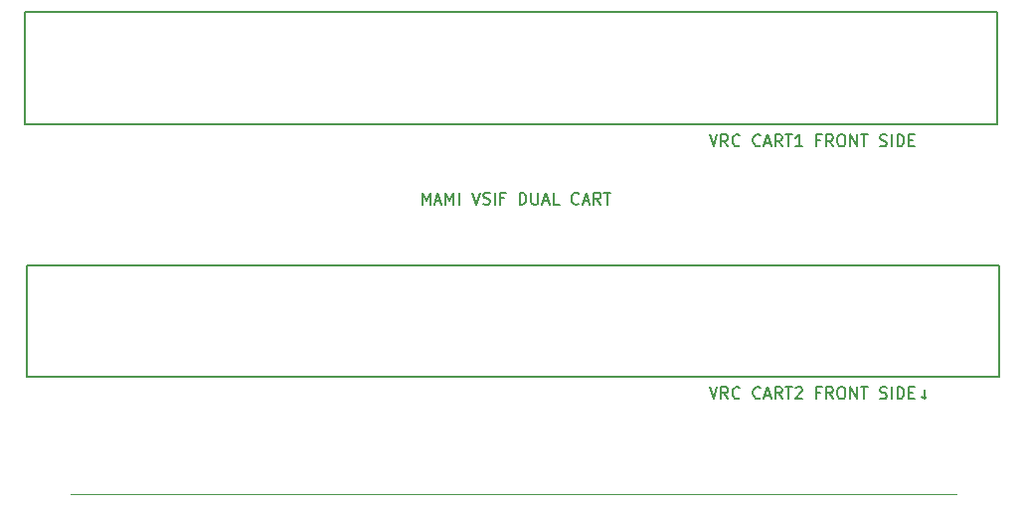
<source format=gto>
G04 #@! TF.GenerationSoftware,KiCad,Pcbnew,7.0.6*
G04 #@! TF.CreationDate,2023-10-15T21:53:03+09:00*
G04 #@! TF.ProjectId,NES_MAmi_Ext,4e45535f-4d41-46d6-995f-4578742e6b69,rev?*
G04 #@! TF.SameCoordinates,Original*
G04 #@! TF.FileFunction,Legend,Top*
G04 #@! TF.FilePolarity,Positive*
%FSLAX46Y46*%
G04 Gerber Fmt 4.6, Leading zero omitted, Abs format (unit mm)*
G04 Created by KiCad (PCBNEW 7.0.6) date 2023-10-15 21:53:03*
%MOMM*%
%LPD*%
G01*
G04 APERTURE LIST*
%ADD10C,0.150000*%
%ADD11C,0.120000*%
G04 APERTURE END LIST*
D10*
X140636779Y-101859619D02*
X140636779Y-100859619D01*
X140636779Y-100859619D02*
X140970112Y-101573904D01*
X140970112Y-101573904D02*
X141303445Y-100859619D01*
X141303445Y-100859619D02*
X141303445Y-101859619D01*
X141732017Y-101573904D02*
X142208207Y-101573904D01*
X141636779Y-101859619D02*
X141970112Y-100859619D01*
X141970112Y-100859619D02*
X142303445Y-101859619D01*
X142636779Y-101859619D02*
X142636779Y-100859619D01*
X142636779Y-100859619D02*
X142970112Y-101573904D01*
X142970112Y-101573904D02*
X143303445Y-100859619D01*
X143303445Y-100859619D02*
X143303445Y-101859619D01*
X143779636Y-101859619D02*
X143779636Y-100859619D01*
X144874874Y-100859619D02*
X145208207Y-101859619D01*
X145208207Y-101859619D02*
X145541540Y-100859619D01*
X145827255Y-101812000D02*
X145970112Y-101859619D01*
X145970112Y-101859619D02*
X146208207Y-101859619D01*
X146208207Y-101859619D02*
X146303445Y-101812000D01*
X146303445Y-101812000D02*
X146351064Y-101764380D01*
X146351064Y-101764380D02*
X146398683Y-101669142D01*
X146398683Y-101669142D02*
X146398683Y-101573904D01*
X146398683Y-101573904D02*
X146351064Y-101478666D01*
X146351064Y-101478666D02*
X146303445Y-101431047D01*
X146303445Y-101431047D02*
X146208207Y-101383428D01*
X146208207Y-101383428D02*
X146017731Y-101335809D01*
X146017731Y-101335809D02*
X145922493Y-101288190D01*
X145922493Y-101288190D02*
X145874874Y-101240571D01*
X145874874Y-101240571D02*
X145827255Y-101145333D01*
X145827255Y-101145333D02*
X145827255Y-101050095D01*
X145827255Y-101050095D02*
X145874874Y-100954857D01*
X145874874Y-100954857D02*
X145922493Y-100907238D01*
X145922493Y-100907238D02*
X146017731Y-100859619D01*
X146017731Y-100859619D02*
X146255826Y-100859619D01*
X146255826Y-100859619D02*
X146398683Y-100907238D01*
X146827255Y-101859619D02*
X146827255Y-100859619D01*
X147636778Y-101335809D02*
X147303445Y-101335809D01*
X147303445Y-101859619D02*
X147303445Y-100859619D01*
X147303445Y-100859619D02*
X147779635Y-100859619D01*
X148922493Y-101859619D02*
X148922493Y-100859619D01*
X148922493Y-100859619D02*
X149160588Y-100859619D01*
X149160588Y-100859619D02*
X149303445Y-100907238D01*
X149303445Y-100907238D02*
X149398683Y-101002476D01*
X149398683Y-101002476D02*
X149446302Y-101097714D01*
X149446302Y-101097714D02*
X149493921Y-101288190D01*
X149493921Y-101288190D02*
X149493921Y-101431047D01*
X149493921Y-101431047D02*
X149446302Y-101621523D01*
X149446302Y-101621523D02*
X149398683Y-101716761D01*
X149398683Y-101716761D02*
X149303445Y-101812000D01*
X149303445Y-101812000D02*
X149160588Y-101859619D01*
X149160588Y-101859619D02*
X148922493Y-101859619D01*
X149922493Y-100859619D02*
X149922493Y-101669142D01*
X149922493Y-101669142D02*
X149970112Y-101764380D01*
X149970112Y-101764380D02*
X150017731Y-101812000D01*
X150017731Y-101812000D02*
X150112969Y-101859619D01*
X150112969Y-101859619D02*
X150303445Y-101859619D01*
X150303445Y-101859619D02*
X150398683Y-101812000D01*
X150398683Y-101812000D02*
X150446302Y-101764380D01*
X150446302Y-101764380D02*
X150493921Y-101669142D01*
X150493921Y-101669142D02*
X150493921Y-100859619D01*
X150922493Y-101573904D02*
X151398683Y-101573904D01*
X150827255Y-101859619D02*
X151160588Y-100859619D01*
X151160588Y-100859619D02*
X151493921Y-101859619D01*
X152303445Y-101859619D02*
X151827255Y-101859619D01*
X151827255Y-101859619D02*
X151827255Y-100859619D01*
X153970112Y-101764380D02*
X153922493Y-101812000D01*
X153922493Y-101812000D02*
X153779636Y-101859619D01*
X153779636Y-101859619D02*
X153684398Y-101859619D01*
X153684398Y-101859619D02*
X153541541Y-101812000D01*
X153541541Y-101812000D02*
X153446303Y-101716761D01*
X153446303Y-101716761D02*
X153398684Y-101621523D01*
X153398684Y-101621523D02*
X153351065Y-101431047D01*
X153351065Y-101431047D02*
X153351065Y-101288190D01*
X153351065Y-101288190D02*
X153398684Y-101097714D01*
X153398684Y-101097714D02*
X153446303Y-101002476D01*
X153446303Y-101002476D02*
X153541541Y-100907238D01*
X153541541Y-100907238D02*
X153684398Y-100859619D01*
X153684398Y-100859619D02*
X153779636Y-100859619D01*
X153779636Y-100859619D02*
X153922493Y-100907238D01*
X153922493Y-100907238D02*
X153970112Y-100954857D01*
X154351065Y-101573904D02*
X154827255Y-101573904D01*
X154255827Y-101859619D02*
X154589160Y-100859619D01*
X154589160Y-100859619D02*
X154922493Y-101859619D01*
X155827255Y-101859619D02*
X155493922Y-101383428D01*
X155255827Y-101859619D02*
X155255827Y-100859619D01*
X155255827Y-100859619D02*
X155636779Y-100859619D01*
X155636779Y-100859619D02*
X155732017Y-100907238D01*
X155732017Y-100907238D02*
X155779636Y-100954857D01*
X155779636Y-100954857D02*
X155827255Y-101050095D01*
X155827255Y-101050095D02*
X155827255Y-101192952D01*
X155827255Y-101192952D02*
X155779636Y-101288190D01*
X155779636Y-101288190D02*
X155732017Y-101335809D01*
X155732017Y-101335809D02*
X155636779Y-101383428D01*
X155636779Y-101383428D02*
X155255827Y-101383428D01*
X156112970Y-100859619D02*
X156684398Y-100859619D01*
X156398684Y-101859619D02*
X156398684Y-100859619D01*
X165093922Y-117409619D02*
X165427255Y-118409619D01*
X165427255Y-118409619D02*
X165760588Y-117409619D01*
X166665350Y-118409619D02*
X166332017Y-117933428D01*
X166093922Y-118409619D02*
X166093922Y-117409619D01*
X166093922Y-117409619D02*
X166474874Y-117409619D01*
X166474874Y-117409619D02*
X166570112Y-117457238D01*
X166570112Y-117457238D02*
X166617731Y-117504857D01*
X166617731Y-117504857D02*
X166665350Y-117600095D01*
X166665350Y-117600095D02*
X166665350Y-117742952D01*
X166665350Y-117742952D02*
X166617731Y-117838190D01*
X166617731Y-117838190D02*
X166570112Y-117885809D01*
X166570112Y-117885809D02*
X166474874Y-117933428D01*
X166474874Y-117933428D02*
X166093922Y-117933428D01*
X167665350Y-118314380D02*
X167617731Y-118362000D01*
X167617731Y-118362000D02*
X167474874Y-118409619D01*
X167474874Y-118409619D02*
X167379636Y-118409619D01*
X167379636Y-118409619D02*
X167236779Y-118362000D01*
X167236779Y-118362000D02*
X167141541Y-118266761D01*
X167141541Y-118266761D02*
X167093922Y-118171523D01*
X167093922Y-118171523D02*
X167046303Y-117981047D01*
X167046303Y-117981047D02*
X167046303Y-117838190D01*
X167046303Y-117838190D02*
X167093922Y-117647714D01*
X167093922Y-117647714D02*
X167141541Y-117552476D01*
X167141541Y-117552476D02*
X167236779Y-117457238D01*
X167236779Y-117457238D02*
X167379636Y-117409619D01*
X167379636Y-117409619D02*
X167474874Y-117409619D01*
X167474874Y-117409619D02*
X167617731Y-117457238D01*
X167617731Y-117457238D02*
X167665350Y-117504857D01*
X169427255Y-118314380D02*
X169379636Y-118362000D01*
X169379636Y-118362000D02*
X169236779Y-118409619D01*
X169236779Y-118409619D02*
X169141541Y-118409619D01*
X169141541Y-118409619D02*
X168998684Y-118362000D01*
X168998684Y-118362000D02*
X168903446Y-118266761D01*
X168903446Y-118266761D02*
X168855827Y-118171523D01*
X168855827Y-118171523D02*
X168808208Y-117981047D01*
X168808208Y-117981047D02*
X168808208Y-117838190D01*
X168808208Y-117838190D02*
X168855827Y-117647714D01*
X168855827Y-117647714D02*
X168903446Y-117552476D01*
X168903446Y-117552476D02*
X168998684Y-117457238D01*
X168998684Y-117457238D02*
X169141541Y-117409619D01*
X169141541Y-117409619D02*
X169236779Y-117409619D01*
X169236779Y-117409619D02*
X169379636Y-117457238D01*
X169379636Y-117457238D02*
X169427255Y-117504857D01*
X169808208Y-118123904D02*
X170284398Y-118123904D01*
X169712970Y-118409619D02*
X170046303Y-117409619D01*
X170046303Y-117409619D02*
X170379636Y-118409619D01*
X171284398Y-118409619D02*
X170951065Y-117933428D01*
X170712970Y-118409619D02*
X170712970Y-117409619D01*
X170712970Y-117409619D02*
X171093922Y-117409619D01*
X171093922Y-117409619D02*
X171189160Y-117457238D01*
X171189160Y-117457238D02*
X171236779Y-117504857D01*
X171236779Y-117504857D02*
X171284398Y-117600095D01*
X171284398Y-117600095D02*
X171284398Y-117742952D01*
X171284398Y-117742952D02*
X171236779Y-117838190D01*
X171236779Y-117838190D02*
X171189160Y-117885809D01*
X171189160Y-117885809D02*
X171093922Y-117933428D01*
X171093922Y-117933428D02*
X170712970Y-117933428D01*
X171570113Y-117409619D02*
X172141541Y-117409619D01*
X171855827Y-118409619D02*
X171855827Y-117409619D01*
X172427256Y-117504857D02*
X172474875Y-117457238D01*
X172474875Y-117457238D02*
X172570113Y-117409619D01*
X172570113Y-117409619D02*
X172808208Y-117409619D01*
X172808208Y-117409619D02*
X172903446Y-117457238D01*
X172903446Y-117457238D02*
X172951065Y-117504857D01*
X172951065Y-117504857D02*
X172998684Y-117600095D01*
X172998684Y-117600095D02*
X172998684Y-117695333D01*
X172998684Y-117695333D02*
X172951065Y-117838190D01*
X172951065Y-117838190D02*
X172379637Y-118409619D01*
X172379637Y-118409619D02*
X172998684Y-118409619D01*
X174522494Y-117885809D02*
X174189161Y-117885809D01*
X174189161Y-118409619D02*
X174189161Y-117409619D01*
X174189161Y-117409619D02*
X174665351Y-117409619D01*
X175617732Y-118409619D02*
X175284399Y-117933428D01*
X175046304Y-118409619D02*
X175046304Y-117409619D01*
X175046304Y-117409619D02*
X175427256Y-117409619D01*
X175427256Y-117409619D02*
X175522494Y-117457238D01*
X175522494Y-117457238D02*
X175570113Y-117504857D01*
X175570113Y-117504857D02*
X175617732Y-117600095D01*
X175617732Y-117600095D02*
X175617732Y-117742952D01*
X175617732Y-117742952D02*
X175570113Y-117838190D01*
X175570113Y-117838190D02*
X175522494Y-117885809D01*
X175522494Y-117885809D02*
X175427256Y-117933428D01*
X175427256Y-117933428D02*
X175046304Y-117933428D01*
X176236780Y-117409619D02*
X176427256Y-117409619D01*
X176427256Y-117409619D02*
X176522494Y-117457238D01*
X176522494Y-117457238D02*
X176617732Y-117552476D01*
X176617732Y-117552476D02*
X176665351Y-117742952D01*
X176665351Y-117742952D02*
X176665351Y-118076285D01*
X176665351Y-118076285D02*
X176617732Y-118266761D01*
X176617732Y-118266761D02*
X176522494Y-118362000D01*
X176522494Y-118362000D02*
X176427256Y-118409619D01*
X176427256Y-118409619D02*
X176236780Y-118409619D01*
X176236780Y-118409619D02*
X176141542Y-118362000D01*
X176141542Y-118362000D02*
X176046304Y-118266761D01*
X176046304Y-118266761D02*
X175998685Y-118076285D01*
X175998685Y-118076285D02*
X175998685Y-117742952D01*
X175998685Y-117742952D02*
X176046304Y-117552476D01*
X176046304Y-117552476D02*
X176141542Y-117457238D01*
X176141542Y-117457238D02*
X176236780Y-117409619D01*
X177093923Y-118409619D02*
X177093923Y-117409619D01*
X177093923Y-117409619D02*
X177665351Y-118409619D01*
X177665351Y-118409619D02*
X177665351Y-117409619D01*
X177998685Y-117409619D02*
X178570113Y-117409619D01*
X178284399Y-118409619D02*
X178284399Y-117409619D01*
X179617733Y-118362000D02*
X179760590Y-118409619D01*
X179760590Y-118409619D02*
X179998685Y-118409619D01*
X179998685Y-118409619D02*
X180093923Y-118362000D01*
X180093923Y-118362000D02*
X180141542Y-118314380D01*
X180141542Y-118314380D02*
X180189161Y-118219142D01*
X180189161Y-118219142D02*
X180189161Y-118123904D01*
X180189161Y-118123904D02*
X180141542Y-118028666D01*
X180141542Y-118028666D02*
X180093923Y-117981047D01*
X180093923Y-117981047D02*
X179998685Y-117933428D01*
X179998685Y-117933428D02*
X179808209Y-117885809D01*
X179808209Y-117885809D02*
X179712971Y-117838190D01*
X179712971Y-117838190D02*
X179665352Y-117790571D01*
X179665352Y-117790571D02*
X179617733Y-117695333D01*
X179617733Y-117695333D02*
X179617733Y-117600095D01*
X179617733Y-117600095D02*
X179665352Y-117504857D01*
X179665352Y-117504857D02*
X179712971Y-117457238D01*
X179712971Y-117457238D02*
X179808209Y-117409619D01*
X179808209Y-117409619D02*
X180046304Y-117409619D01*
X180046304Y-117409619D02*
X180189161Y-117457238D01*
X180617733Y-118409619D02*
X180617733Y-117409619D01*
X181093923Y-118409619D02*
X181093923Y-117409619D01*
X181093923Y-117409619D02*
X181332018Y-117409619D01*
X181332018Y-117409619D02*
X181474875Y-117457238D01*
X181474875Y-117457238D02*
X181570113Y-117552476D01*
X181570113Y-117552476D02*
X181617732Y-117647714D01*
X181617732Y-117647714D02*
X181665351Y-117838190D01*
X181665351Y-117838190D02*
X181665351Y-117981047D01*
X181665351Y-117981047D02*
X181617732Y-118171523D01*
X181617732Y-118171523D02*
X181570113Y-118266761D01*
X181570113Y-118266761D02*
X181474875Y-118362000D01*
X181474875Y-118362000D02*
X181332018Y-118409619D01*
X181332018Y-118409619D02*
X181093923Y-118409619D01*
X182093923Y-117885809D02*
X182427256Y-117885809D01*
X182570113Y-118409619D02*
X182093923Y-118409619D01*
X182093923Y-118409619D02*
X182093923Y-117409619D01*
X182093923Y-117409619D02*
X182570113Y-117409619D01*
X183379637Y-117647714D02*
X183379637Y-118409619D01*
X183570113Y-118219142D02*
X183379637Y-118409619D01*
X183379637Y-118409619D02*
X183189161Y-118219142D01*
X165093922Y-95909619D02*
X165427255Y-96909619D01*
X165427255Y-96909619D02*
X165760588Y-95909619D01*
X166665350Y-96909619D02*
X166332017Y-96433428D01*
X166093922Y-96909619D02*
X166093922Y-95909619D01*
X166093922Y-95909619D02*
X166474874Y-95909619D01*
X166474874Y-95909619D02*
X166570112Y-95957238D01*
X166570112Y-95957238D02*
X166617731Y-96004857D01*
X166617731Y-96004857D02*
X166665350Y-96100095D01*
X166665350Y-96100095D02*
X166665350Y-96242952D01*
X166665350Y-96242952D02*
X166617731Y-96338190D01*
X166617731Y-96338190D02*
X166570112Y-96385809D01*
X166570112Y-96385809D02*
X166474874Y-96433428D01*
X166474874Y-96433428D02*
X166093922Y-96433428D01*
X167665350Y-96814380D02*
X167617731Y-96862000D01*
X167617731Y-96862000D02*
X167474874Y-96909619D01*
X167474874Y-96909619D02*
X167379636Y-96909619D01*
X167379636Y-96909619D02*
X167236779Y-96862000D01*
X167236779Y-96862000D02*
X167141541Y-96766761D01*
X167141541Y-96766761D02*
X167093922Y-96671523D01*
X167093922Y-96671523D02*
X167046303Y-96481047D01*
X167046303Y-96481047D02*
X167046303Y-96338190D01*
X167046303Y-96338190D02*
X167093922Y-96147714D01*
X167093922Y-96147714D02*
X167141541Y-96052476D01*
X167141541Y-96052476D02*
X167236779Y-95957238D01*
X167236779Y-95957238D02*
X167379636Y-95909619D01*
X167379636Y-95909619D02*
X167474874Y-95909619D01*
X167474874Y-95909619D02*
X167617731Y-95957238D01*
X167617731Y-95957238D02*
X167665350Y-96004857D01*
X169427255Y-96814380D02*
X169379636Y-96862000D01*
X169379636Y-96862000D02*
X169236779Y-96909619D01*
X169236779Y-96909619D02*
X169141541Y-96909619D01*
X169141541Y-96909619D02*
X168998684Y-96862000D01*
X168998684Y-96862000D02*
X168903446Y-96766761D01*
X168903446Y-96766761D02*
X168855827Y-96671523D01*
X168855827Y-96671523D02*
X168808208Y-96481047D01*
X168808208Y-96481047D02*
X168808208Y-96338190D01*
X168808208Y-96338190D02*
X168855827Y-96147714D01*
X168855827Y-96147714D02*
X168903446Y-96052476D01*
X168903446Y-96052476D02*
X168998684Y-95957238D01*
X168998684Y-95957238D02*
X169141541Y-95909619D01*
X169141541Y-95909619D02*
X169236779Y-95909619D01*
X169236779Y-95909619D02*
X169379636Y-95957238D01*
X169379636Y-95957238D02*
X169427255Y-96004857D01*
X169808208Y-96623904D02*
X170284398Y-96623904D01*
X169712970Y-96909619D02*
X170046303Y-95909619D01*
X170046303Y-95909619D02*
X170379636Y-96909619D01*
X171284398Y-96909619D02*
X170951065Y-96433428D01*
X170712970Y-96909619D02*
X170712970Y-95909619D01*
X170712970Y-95909619D02*
X171093922Y-95909619D01*
X171093922Y-95909619D02*
X171189160Y-95957238D01*
X171189160Y-95957238D02*
X171236779Y-96004857D01*
X171236779Y-96004857D02*
X171284398Y-96100095D01*
X171284398Y-96100095D02*
X171284398Y-96242952D01*
X171284398Y-96242952D02*
X171236779Y-96338190D01*
X171236779Y-96338190D02*
X171189160Y-96385809D01*
X171189160Y-96385809D02*
X171093922Y-96433428D01*
X171093922Y-96433428D02*
X170712970Y-96433428D01*
X171570113Y-95909619D02*
X172141541Y-95909619D01*
X171855827Y-96909619D02*
X171855827Y-95909619D01*
X172998684Y-96909619D02*
X172427256Y-96909619D01*
X172712970Y-96909619D02*
X172712970Y-95909619D01*
X172712970Y-95909619D02*
X172617732Y-96052476D01*
X172617732Y-96052476D02*
X172522494Y-96147714D01*
X172522494Y-96147714D02*
X172427256Y-96195333D01*
X174522494Y-96385809D02*
X174189161Y-96385809D01*
X174189161Y-96909619D02*
X174189161Y-95909619D01*
X174189161Y-95909619D02*
X174665351Y-95909619D01*
X175617732Y-96909619D02*
X175284399Y-96433428D01*
X175046304Y-96909619D02*
X175046304Y-95909619D01*
X175046304Y-95909619D02*
X175427256Y-95909619D01*
X175427256Y-95909619D02*
X175522494Y-95957238D01*
X175522494Y-95957238D02*
X175570113Y-96004857D01*
X175570113Y-96004857D02*
X175617732Y-96100095D01*
X175617732Y-96100095D02*
X175617732Y-96242952D01*
X175617732Y-96242952D02*
X175570113Y-96338190D01*
X175570113Y-96338190D02*
X175522494Y-96385809D01*
X175522494Y-96385809D02*
X175427256Y-96433428D01*
X175427256Y-96433428D02*
X175046304Y-96433428D01*
X176236780Y-95909619D02*
X176427256Y-95909619D01*
X176427256Y-95909619D02*
X176522494Y-95957238D01*
X176522494Y-95957238D02*
X176617732Y-96052476D01*
X176617732Y-96052476D02*
X176665351Y-96242952D01*
X176665351Y-96242952D02*
X176665351Y-96576285D01*
X176665351Y-96576285D02*
X176617732Y-96766761D01*
X176617732Y-96766761D02*
X176522494Y-96862000D01*
X176522494Y-96862000D02*
X176427256Y-96909619D01*
X176427256Y-96909619D02*
X176236780Y-96909619D01*
X176236780Y-96909619D02*
X176141542Y-96862000D01*
X176141542Y-96862000D02*
X176046304Y-96766761D01*
X176046304Y-96766761D02*
X175998685Y-96576285D01*
X175998685Y-96576285D02*
X175998685Y-96242952D01*
X175998685Y-96242952D02*
X176046304Y-96052476D01*
X176046304Y-96052476D02*
X176141542Y-95957238D01*
X176141542Y-95957238D02*
X176236780Y-95909619D01*
X177093923Y-96909619D02*
X177093923Y-95909619D01*
X177093923Y-95909619D02*
X177665351Y-96909619D01*
X177665351Y-96909619D02*
X177665351Y-95909619D01*
X177998685Y-95909619D02*
X178570113Y-95909619D01*
X178284399Y-96909619D02*
X178284399Y-95909619D01*
X179617733Y-96862000D02*
X179760590Y-96909619D01*
X179760590Y-96909619D02*
X179998685Y-96909619D01*
X179998685Y-96909619D02*
X180093923Y-96862000D01*
X180093923Y-96862000D02*
X180141542Y-96814380D01*
X180141542Y-96814380D02*
X180189161Y-96719142D01*
X180189161Y-96719142D02*
X180189161Y-96623904D01*
X180189161Y-96623904D02*
X180141542Y-96528666D01*
X180141542Y-96528666D02*
X180093923Y-96481047D01*
X180093923Y-96481047D02*
X179998685Y-96433428D01*
X179998685Y-96433428D02*
X179808209Y-96385809D01*
X179808209Y-96385809D02*
X179712971Y-96338190D01*
X179712971Y-96338190D02*
X179665352Y-96290571D01*
X179665352Y-96290571D02*
X179617733Y-96195333D01*
X179617733Y-96195333D02*
X179617733Y-96100095D01*
X179617733Y-96100095D02*
X179665352Y-96004857D01*
X179665352Y-96004857D02*
X179712971Y-95957238D01*
X179712971Y-95957238D02*
X179808209Y-95909619D01*
X179808209Y-95909619D02*
X180046304Y-95909619D01*
X180046304Y-95909619D02*
X180189161Y-95957238D01*
X180617733Y-96909619D02*
X180617733Y-95909619D01*
X181093923Y-96909619D02*
X181093923Y-95909619D01*
X181093923Y-95909619D02*
X181332018Y-95909619D01*
X181332018Y-95909619D02*
X181474875Y-95957238D01*
X181474875Y-95957238D02*
X181570113Y-96052476D01*
X181570113Y-96052476D02*
X181617732Y-96147714D01*
X181617732Y-96147714D02*
X181665351Y-96338190D01*
X181665351Y-96338190D02*
X181665351Y-96481047D01*
X181665351Y-96481047D02*
X181617732Y-96671523D01*
X181617732Y-96671523D02*
X181570113Y-96766761D01*
X181570113Y-96766761D02*
X181474875Y-96862000D01*
X181474875Y-96862000D02*
X181332018Y-96909619D01*
X181332018Y-96909619D02*
X181093923Y-96909619D01*
X182093923Y-96385809D02*
X182427256Y-96385809D01*
X182570113Y-96909619D02*
X182093923Y-96909619D01*
X182093923Y-96909619D02*
X182093923Y-95909619D01*
X182093923Y-95909619D02*
X182570113Y-95909619D01*
G04 #@! TO.C,VRC_CART2*
X106930000Y-107080000D02*
X106930000Y-116579600D01*
X106930000Y-116579600D02*
X189730000Y-116579600D01*
X189730000Y-107080000D02*
X106930000Y-107080000D01*
X189730000Y-116579600D02*
X189730000Y-107080000D01*
D11*
G04 #@! TO.C,MAMICART1*
X110650000Y-126539800D02*
X186150000Y-126539800D01*
D10*
G04 #@! TO.C,VRC_CART1*
X106830000Y-85500000D02*
X106830000Y-94999600D01*
X106830000Y-94999600D02*
X189630000Y-94999600D01*
X189630000Y-85500000D02*
X106830000Y-85500000D01*
X189630000Y-94999600D02*
X189630000Y-85500000D01*
G04 #@! TD*
M02*

</source>
